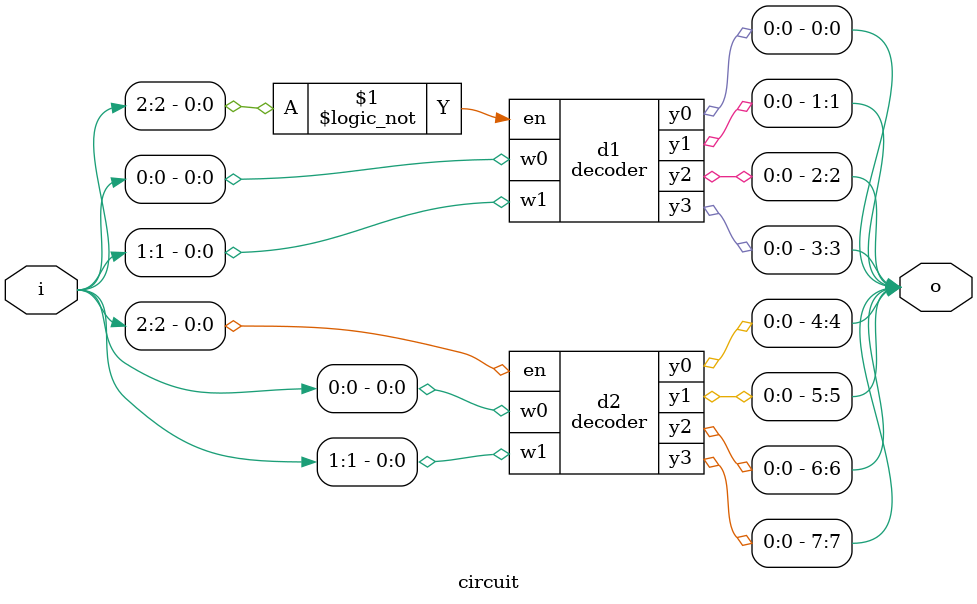
<source format=sv>
module decoder(
input w0, w1,
input en,
output y0, y1, y2, y3
);

  assign y0 = !w0 & !w1 ? en : 0;
  assign y1 = w0 & !w1 ? en : 0;
  assign y2 = !w0 & w1 ? en : 0;
  assign y3 = w0 & w1 ? en : 0;
  
endmodule

module circuit(input [2:0] i,
            output [7:0] o);
  
  decoder d1(i[0], i[1], !i[2], o[0], o[1], o[2], o[3]);
  decoder d2(i[0], i[1], i[2], o[4], o[5], o[6], o[7]);
  
endmodule

</source>
